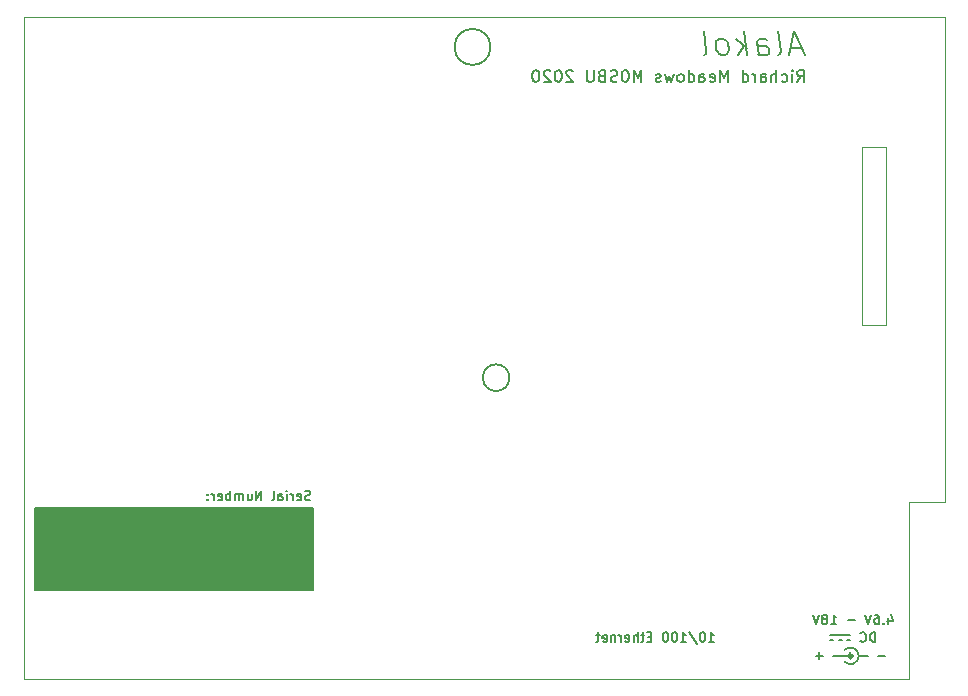
<source format=gbr>
%TF.GenerationSoftware,KiCad,Pcbnew,5.1.5-52549c5~84~ubuntu19.04.1*%
%TF.CreationDate,2020-04-18T11:31:06+00:00*%
%TF.ProjectId,alakol,616c616b-6f6c-42e6-9b69-6361645f7063,rev.1*%
%TF.SameCoordinates,Original*%
%TF.FileFunction,Legend,Bot*%
%TF.FilePolarity,Positive*%
%FSLAX45Y45*%
G04 Gerber Fmt 4.5, Leading zero omitted, Abs format (unit mm)*
G04 Created by KiCad (PCBNEW 5.1.5-52549c5~84~ubuntu19.04.1) date 2020-04-18 11:31:06*
%MOMM*%
%LPD*%
G04 APERTURE LIST*
%ADD10C,0.200000*%
%ADD11C,0.150000*%
%ADD12C,0.300000*%
%ADD13C,0.100000*%
%ADD14C,3.000000*%
%ADD15C,3.450000*%
%ADD16C,1.800000*%
%ADD17C,2.600000*%
%ADD18C,2.000000*%
%ADD19R,2.100000X2.100000*%
%ADD20C,2.100000*%
%ADD21C,0.940000*%
%ADD22C,3.800000*%
%ADD23O,3.000000X2.400000*%
%ADD24C,4.200000*%
%ADD25R,2.800000X2.800000*%
%ADD26C,2.800000*%
%ADD27R,2.200000X1.400000*%
G04 APERTURE END LIST*
D10*
X18787083Y-10258333D02*
X18691845Y-10258333D01*
X18813274Y-10315476D02*
X18721607Y-10115476D01*
X18679940Y-10315476D01*
X18584702Y-10315476D02*
X18602560Y-10305952D01*
X18609702Y-10286905D01*
X18588274Y-10115476D01*
X18422798Y-10315476D02*
X18409702Y-10210714D01*
X18416845Y-10191667D01*
X18434702Y-10182143D01*
X18472798Y-10182143D01*
X18493036Y-10191667D01*
X18421607Y-10305952D02*
X18441845Y-10315476D01*
X18489464Y-10315476D01*
X18507321Y-10305952D01*
X18514464Y-10286905D01*
X18512083Y-10267857D01*
X18500179Y-10248810D01*
X18479940Y-10239286D01*
X18432321Y-10239286D01*
X18412083Y-10229762D01*
X18327560Y-10315476D02*
X18302560Y-10115476D01*
X18298988Y-10239286D02*
X18251369Y-10315476D01*
X18234702Y-10182143D02*
X18320417Y-10258333D01*
X18137083Y-10315476D02*
X18154940Y-10305952D01*
X18163274Y-10296429D01*
X18170417Y-10277381D01*
X18163274Y-10220238D01*
X18151369Y-10201190D01*
X18140655Y-10191667D01*
X18120417Y-10182143D01*
X18091845Y-10182143D01*
X18073988Y-10191667D01*
X18065655Y-10201190D01*
X18058512Y-10220238D01*
X18065655Y-10277381D01*
X18077560Y-10296429D01*
X18088274Y-10305952D01*
X18108512Y-10315476D01*
X18137083Y-10315476D01*
X17956131Y-10315476D02*
X17973988Y-10305952D01*
X17981131Y-10286905D01*
X17959702Y-10115476D01*
X18749905Y-10545238D02*
X18783238Y-10497619D01*
X18807048Y-10545238D02*
X18807048Y-10445238D01*
X18768952Y-10445238D01*
X18759429Y-10450000D01*
X18754667Y-10454762D01*
X18749905Y-10464286D01*
X18749905Y-10478571D01*
X18754667Y-10488095D01*
X18759429Y-10492857D01*
X18768952Y-10497619D01*
X18807048Y-10497619D01*
X18707048Y-10545238D02*
X18707048Y-10478571D01*
X18707048Y-10445238D02*
X18711810Y-10450000D01*
X18707048Y-10454762D01*
X18702286Y-10450000D01*
X18707048Y-10445238D01*
X18707048Y-10454762D01*
X18616571Y-10540476D02*
X18626095Y-10545238D01*
X18645143Y-10545238D01*
X18654667Y-10540476D01*
X18659429Y-10535714D01*
X18664190Y-10526190D01*
X18664190Y-10497619D01*
X18659429Y-10488095D01*
X18654667Y-10483333D01*
X18645143Y-10478571D01*
X18626095Y-10478571D01*
X18616571Y-10483333D01*
X18573714Y-10545238D02*
X18573714Y-10445238D01*
X18530857Y-10545238D02*
X18530857Y-10492857D01*
X18535619Y-10483333D01*
X18545143Y-10478571D01*
X18559429Y-10478571D01*
X18568952Y-10483333D01*
X18573714Y-10488095D01*
X18440381Y-10545238D02*
X18440381Y-10492857D01*
X18445143Y-10483333D01*
X18454667Y-10478571D01*
X18473714Y-10478571D01*
X18483238Y-10483333D01*
X18440381Y-10540476D02*
X18449905Y-10545238D01*
X18473714Y-10545238D01*
X18483238Y-10540476D01*
X18488000Y-10530952D01*
X18488000Y-10521429D01*
X18483238Y-10511905D01*
X18473714Y-10507143D01*
X18449905Y-10507143D01*
X18440381Y-10502381D01*
X18392762Y-10545238D02*
X18392762Y-10478571D01*
X18392762Y-10497619D02*
X18388000Y-10488095D01*
X18383238Y-10483333D01*
X18373714Y-10478571D01*
X18364190Y-10478571D01*
X18288000Y-10545238D02*
X18288000Y-10445238D01*
X18288000Y-10540476D02*
X18297524Y-10545238D01*
X18316571Y-10545238D01*
X18326095Y-10540476D01*
X18330857Y-10535714D01*
X18335619Y-10526190D01*
X18335619Y-10497619D01*
X18330857Y-10488095D01*
X18326095Y-10483333D01*
X18316571Y-10478571D01*
X18297524Y-10478571D01*
X18288000Y-10483333D01*
X18164190Y-10545238D02*
X18164190Y-10445238D01*
X18130857Y-10516667D01*
X18097524Y-10445238D01*
X18097524Y-10545238D01*
X18011810Y-10540476D02*
X18021333Y-10545238D01*
X18040381Y-10545238D01*
X18049905Y-10540476D01*
X18054667Y-10530952D01*
X18054667Y-10492857D01*
X18049905Y-10483333D01*
X18040381Y-10478571D01*
X18021333Y-10478571D01*
X18011810Y-10483333D01*
X18007048Y-10492857D01*
X18007048Y-10502381D01*
X18054667Y-10511905D01*
X17921333Y-10545238D02*
X17921333Y-10492857D01*
X17926095Y-10483333D01*
X17935619Y-10478571D01*
X17954667Y-10478571D01*
X17964190Y-10483333D01*
X17921333Y-10540476D02*
X17930857Y-10545238D01*
X17954667Y-10545238D01*
X17964190Y-10540476D01*
X17968952Y-10530952D01*
X17968952Y-10521429D01*
X17964190Y-10511905D01*
X17954667Y-10507143D01*
X17930857Y-10507143D01*
X17921333Y-10502381D01*
X17830857Y-10545238D02*
X17830857Y-10445238D01*
X17830857Y-10540476D02*
X17840381Y-10545238D01*
X17859429Y-10545238D01*
X17868952Y-10540476D01*
X17873714Y-10535714D01*
X17878476Y-10526190D01*
X17878476Y-10497619D01*
X17873714Y-10488095D01*
X17868952Y-10483333D01*
X17859429Y-10478571D01*
X17840381Y-10478571D01*
X17830857Y-10483333D01*
X17768952Y-10545238D02*
X17778476Y-10540476D01*
X17783238Y-10535714D01*
X17788000Y-10526190D01*
X17788000Y-10497619D01*
X17783238Y-10488095D01*
X17778476Y-10483333D01*
X17768952Y-10478571D01*
X17754667Y-10478571D01*
X17745143Y-10483333D01*
X17740381Y-10488095D01*
X17735619Y-10497619D01*
X17735619Y-10526190D01*
X17740381Y-10535714D01*
X17745143Y-10540476D01*
X17754667Y-10545238D01*
X17768952Y-10545238D01*
X17702286Y-10478571D02*
X17683238Y-10545238D01*
X17664190Y-10497619D01*
X17645143Y-10545238D01*
X17626095Y-10478571D01*
X17592762Y-10540476D02*
X17583238Y-10545238D01*
X17564190Y-10545238D01*
X17554667Y-10540476D01*
X17549905Y-10530952D01*
X17549905Y-10526190D01*
X17554667Y-10516667D01*
X17564190Y-10511905D01*
X17578476Y-10511905D01*
X17588000Y-10507143D01*
X17592762Y-10497619D01*
X17592762Y-10492857D01*
X17588000Y-10483333D01*
X17578476Y-10478571D01*
X17564190Y-10478571D01*
X17554667Y-10483333D01*
X17430857Y-10545238D02*
X17430857Y-10445238D01*
X17397524Y-10516667D01*
X17364190Y-10445238D01*
X17364190Y-10545238D01*
X17297524Y-10445238D02*
X17288000Y-10445238D01*
X17278476Y-10450000D01*
X17273714Y-10454762D01*
X17268952Y-10464286D01*
X17264190Y-10483333D01*
X17264190Y-10507143D01*
X17268952Y-10526190D01*
X17273714Y-10535714D01*
X17278476Y-10540476D01*
X17288000Y-10545238D01*
X17297524Y-10545238D01*
X17307048Y-10540476D01*
X17311810Y-10535714D01*
X17316571Y-10526190D01*
X17321333Y-10507143D01*
X17321333Y-10483333D01*
X17316571Y-10464286D01*
X17311810Y-10454762D01*
X17307048Y-10450000D01*
X17297524Y-10445238D01*
X17226095Y-10540476D02*
X17211810Y-10545238D01*
X17188000Y-10545238D01*
X17178476Y-10540476D01*
X17173714Y-10535714D01*
X17168952Y-10526190D01*
X17168952Y-10516667D01*
X17173714Y-10507143D01*
X17178476Y-10502381D01*
X17188000Y-10497619D01*
X17207048Y-10492857D01*
X17216571Y-10488095D01*
X17221333Y-10483333D01*
X17226095Y-10473810D01*
X17226095Y-10464286D01*
X17221333Y-10454762D01*
X17216571Y-10450000D01*
X17207048Y-10445238D01*
X17183238Y-10445238D01*
X17168952Y-10450000D01*
X17092762Y-10492857D02*
X17078476Y-10497619D01*
X17073714Y-10502381D01*
X17068952Y-10511905D01*
X17068952Y-10526190D01*
X17073714Y-10535714D01*
X17078476Y-10540476D01*
X17088000Y-10545238D01*
X17126095Y-10545238D01*
X17126095Y-10445238D01*
X17092762Y-10445238D01*
X17083238Y-10450000D01*
X17078476Y-10454762D01*
X17073714Y-10464286D01*
X17073714Y-10473810D01*
X17078476Y-10483333D01*
X17083238Y-10488095D01*
X17092762Y-10492857D01*
X17126095Y-10492857D01*
X17026095Y-10445238D02*
X17026095Y-10526190D01*
X17021333Y-10535714D01*
X17016571Y-10540476D01*
X17007048Y-10545238D01*
X16988000Y-10545238D01*
X16978476Y-10540476D01*
X16973714Y-10535714D01*
X16968952Y-10526190D01*
X16968952Y-10445238D01*
X16849905Y-10454762D02*
X16845143Y-10450000D01*
X16835619Y-10445238D01*
X16811810Y-10445238D01*
X16802286Y-10450000D01*
X16797524Y-10454762D01*
X16792762Y-10464286D01*
X16792762Y-10473810D01*
X16797524Y-10488095D01*
X16854667Y-10545238D01*
X16792762Y-10545238D01*
X16730857Y-10445238D02*
X16721333Y-10445238D01*
X16711809Y-10450000D01*
X16707048Y-10454762D01*
X16702286Y-10464286D01*
X16697524Y-10483333D01*
X16697524Y-10507143D01*
X16702286Y-10526190D01*
X16707048Y-10535714D01*
X16711809Y-10540476D01*
X16721333Y-10545238D01*
X16730857Y-10545238D01*
X16740381Y-10540476D01*
X16745143Y-10535714D01*
X16749905Y-10526190D01*
X16754667Y-10507143D01*
X16754667Y-10483333D01*
X16749905Y-10464286D01*
X16745143Y-10454762D01*
X16740381Y-10450000D01*
X16730857Y-10445238D01*
X16659428Y-10454762D02*
X16654667Y-10450000D01*
X16645143Y-10445238D01*
X16621333Y-10445238D01*
X16611809Y-10450000D01*
X16607048Y-10454762D01*
X16602286Y-10464286D01*
X16602286Y-10473810D01*
X16607048Y-10488095D01*
X16664190Y-10545238D01*
X16602286Y-10545238D01*
X16540381Y-10445238D02*
X16530857Y-10445238D01*
X16521333Y-10450000D01*
X16516571Y-10454762D01*
X16511809Y-10464286D01*
X16507048Y-10483333D01*
X16507048Y-10507143D01*
X16511809Y-10526190D01*
X16516571Y-10535714D01*
X16521333Y-10540476D01*
X16530857Y-10545238D01*
X16540381Y-10545238D01*
X16549905Y-10540476D01*
X16554667Y-10535714D01*
X16559428Y-10526190D01*
X16564190Y-10507143D01*
X16564190Y-10483333D01*
X16559428Y-10464286D01*
X16554667Y-10454762D01*
X16549905Y-10450000D01*
X16540381Y-10445238D01*
D11*
X19493333Y-15405714D02*
X19432381Y-15405714D01*
X18967619Y-15405714D02*
X18906667Y-15405714D01*
X18937143Y-15436190D02*
X18937143Y-15375238D01*
X19100000Y-15405000D02*
X19050000Y-15405000D01*
X19300000Y-15405000D02*
X19350000Y-15405000D01*
X19275000Y-15405000D02*
X19300000Y-15405000D01*
X19200000Y-15405000D02*
X19100000Y-15405000D01*
X19150000Y-15355000D02*
G75*
G02X19150000Y-15455000I50000J-50000D01*
G01*
D12*
X19215000Y-15405000D02*
G75*
G03X19215000Y-15405000I-15000J0D01*
G01*
D11*
X19200000Y-15225000D02*
X19025000Y-15225000D01*
X19200000Y-15275000D02*
X19175000Y-15275000D01*
X19100000Y-15275000D02*
X19125000Y-15275000D01*
X19025000Y-15275000D02*
X19050000Y-15275000D01*
X19410952Y-15286190D02*
X19410952Y-15206190D01*
X19391905Y-15206190D01*
X19380476Y-15210000D01*
X19372857Y-15217619D01*
X19369048Y-15225238D01*
X19365238Y-15240476D01*
X19365238Y-15251905D01*
X19369048Y-15267143D01*
X19372857Y-15274762D01*
X19380476Y-15282381D01*
X19391905Y-15286190D01*
X19410952Y-15286190D01*
X19285238Y-15278571D02*
X19289048Y-15282381D01*
X19300476Y-15286190D01*
X19308095Y-15286190D01*
X19319524Y-15282381D01*
X19327143Y-15274762D01*
X19330952Y-15267143D01*
X19334762Y-15251905D01*
X19334762Y-15240476D01*
X19330952Y-15225238D01*
X19327143Y-15217619D01*
X19319524Y-15210000D01*
X19308095Y-15206190D01*
X19300476Y-15206190D01*
X19289048Y-15210000D01*
X19285238Y-15213809D01*
X19522143Y-15082857D02*
X19522143Y-15136190D01*
X19541190Y-15052381D02*
X19560238Y-15109524D01*
X19510714Y-15109524D01*
X19480238Y-15128571D02*
X19476429Y-15132381D01*
X19480238Y-15136190D01*
X19484048Y-15132381D01*
X19480238Y-15128571D01*
X19480238Y-15136190D01*
X19407857Y-15056190D02*
X19423095Y-15056190D01*
X19430714Y-15060000D01*
X19434524Y-15063809D01*
X19442143Y-15075238D01*
X19445952Y-15090476D01*
X19445952Y-15120952D01*
X19442143Y-15128571D01*
X19438333Y-15132381D01*
X19430714Y-15136190D01*
X19415476Y-15136190D01*
X19407857Y-15132381D01*
X19404048Y-15128571D01*
X19400238Y-15120952D01*
X19400238Y-15101905D01*
X19404048Y-15094286D01*
X19407857Y-15090476D01*
X19415476Y-15086667D01*
X19430714Y-15086667D01*
X19438333Y-15090476D01*
X19442143Y-15094286D01*
X19445952Y-15101905D01*
X19377381Y-15056190D02*
X19350714Y-15136190D01*
X19324048Y-15056190D01*
X19236429Y-15105714D02*
X19175476Y-15105714D01*
X19034524Y-15136190D02*
X19080238Y-15136190D01*
X19057381Y-15136190D02*
X19057381Y-15056190D01*
X19065000Y-15067619D01*
X19072619Y-15075238D01*
X19080238Y-15079048D01*
X18988810Y-15090476D02*
X18996429Y-15086667D01*
X19000238Y-15082857D01*
X19004048Y-15075238D01*
X19004048Y-15071428D01*
X19000238Y-15063809D01*
X18996429Y-15060000D01*
X18988810Y-15056190D01*
X18973571Y-15056190D01*
X18965952Y-15060000D01*
X18962143Y-15063809D01*
X18958333Y-15071428D01*
X18958333Y-15075238D01*
X18962143Y-15082857D01*
X18965952Y-15086667D01*
X18973571Y-15090476D01*
X18988810Y-15090476D01*
X18996429Y-15094286D01*
X19000238Y-15098095D01*
X19004048Y-15105714D01*
X19004048Y-15120952D01*
X19000238Y-15128571D01*
X18996429Y-15132381D01*
X18988810Y-15136190D01*
X18973571Y-15136190D01*
X18965952Y-15132381D01*
X18962143Y-15128571D01*
X18958333Y-15120952D01*
X18958333Y-15105714D01*
X18962143Y-15098095D01*
X18965952Y-15094286D01*
X18973571Y-15090476D01*
X18935476Y-15056190D02*
X18908810Y-15136190D01*
X18882143Y-15056190D01*
X17999524Y-15286190D02*
X18045238Y-15286190D01*
X18022381Y-15286190D02*
X18022381Y-15206190D01*
X18030000Y-15217619D01*
X18037619Y-15225238D01*
X18045238Y-15229048D01*
X17950000Y-15206190D02*
X17942381Y-15206190D01*
X17934762Y-15210000D01*
X17930952Y-15213809D01*
X17927143Y-15221428D01*
X17923333Y-15236667D01*
X17923333Y-15255714D01*
X17927143Y-15270952D01*
X17930952Y-15278571D01*
X17934762Y-15282381D01*
X17942381Y-15286190D01*
X17950000Y-15286190D01*
X17957619Y-15282381D01*
X17961429Y-15278571D01*
X17965238Y-15270952D01*
X17969048Y-15255714D01*
X17969048Y-15236667D01*
X17965238Y-15221428D01*
X17961429Y-15213809D01*
X17957619Y-15210000D01*
X17950000Y-15206190D01*
X17831905Y-15202381D02*
X17900476Y-15305238D01*
X17763333Y-15286190D02*
X17809048Y-15286190D01*
X17786190Y-15286190D02*
X17786190Y-15206190D01*
X17793810Y-15217619D01*
X17801429Y-15225238D01*
X17809048Y-15229048D01*
X17713810Y-15206190D02*
X17706190Y-15206190D01*
X17698571Y-15210000D01*
X17694762Y-15213809D01*
X17690952Y-15221428D01*
X17687143Y-15236667D01*
X17687143Y-15255714D01*
X17690952Y-15270952D01*
X17694762Y-15278571D01*
X17698571Y-15282381D01*
X17706190Y-15286190D01*
X17713810Y-15286190D01*
X17721429Y-15282381D01*
X17725238Y-15278571D01*
X17729048Y-15270952D01*
X17732857Y-15255714D01*
X17732857Y-15236667D01*
X17729048Y-15221428D01*
X17725238Y-15213809D01*
X17721429Y-15210000D01*
X17713810Y-15206190D01*
X17637619Y-15206190D02*
X17630000Y-15206190D01*
X17622381Y-15210000D01*
X17618571Y-15213809D01*
X17614762Y-15221428D01*
X17610952Y-15236667D01*
X17610952Y-15255714D01*
X17614762Y-15270952D01*
X17618571Y-15278571D01*
X17622381Y-15282381D01*
X17630000Y-15286190D01*
X17637619Y-15286190D01*
X17645238Y-15282381D01*
X17649048Y-15278571D01*
X17652857Y-15270952D01*
X17656667Y-15255714D01*
X17656667Y-15236667D01*
X17652857Y-15221428D01*
X17649048Y-15213809D01*
X17645238Y-15210000D01*
X17637619Y-15206190D01*
X17515714Y-15244286D02*
X17489048Y-15244286D01*
X17477619Y-15286190D02*
X17515714Y-15286190D01*
X17515714Y-15206190D01*
X17477619Y-15206190D01*
X17454762Y-15232857D02*
X17424286Y-15232857D01*
X17443333Y-15206190D02*
X17443333Y-15274762D01*
X17439524Y-15282381D01*
X17431905Y-15286190D01*
X17424286Y-15286190D01*
X17397619Y-15286190D02*
X17397619Y-15206190D01*
X17363333Y-15286190D02*
X17363333Y-15244286D01*
X17367143Y-15236667D01*
X17374762Y-15232857D01*
X17386190Y-15232857D01*
X17393810Y-15236667D01*
X17397619Y-15240476D01*
X17294762Y-15282381D02*
X17302381Y-15286190D01*
X17317619Y-15286190D01*
X17325238Y-15282381D01*
X17329048Y-15274762D01*
X17329048Y-15244286D01*
X17325238Y-15236667D01*
X17317619Y-15232857D01*
X17302381Y-15232857D01*
X17294762Y-15236667D01*
X17290952Y-15244286D01*
X17290952Y-15251905D01*
X17329048Y-15259524D01*
X17256667Y-15286190D02*
X17256667Y-15232857D01*
X17256667Y-15248095D02*
X17252857Y-15240476D01*
X17249048Y-15236667D01*
X17241429Y-15232857D01*
X17233810Y-15232857D01*
X17207143Y-15232857D02*
X17207143Y-15286190D01*
X17207143Y-15240476D02*
X17203333Y-15236667D01*
X17195714Y-15232857D01*
X17184286Y-15232857D01*
X17176667Y-15236667D01*
X17172857Y-15244286D01*
X17172857Y-15286190D01*
X17104286Y-15282381D02*
X17111905Y-15286190D01*
X17127143Y-15286190D01*
X17134762Y-15282381D01*
X17138571Y-15274762D01*
X17138571Y-15244286D01*
X17134762Y-15236667D01*
X17127143Y-15232857D01*
X17111905Y-15232857D01*
X17104286Y-15236667D01*
X17100476Y-15244286D01*
X17100476Y-15251905D01*
X17138571Y-15259524D01*
X17077619Y-15232857D02*
X17047143Y-15232857D01*
X17066190Y-15206190D02*
X17066190Y-15274762D01*
X17062381Y-15282381D01*
X17054762Y-15286190D01*
X17047143Y-15286190D01*
G36*
X14650000Y-14850000D02*
G01*
X12300000Y-14850000D01*
X12300000Y-14150000D01*
X14650000Y-14150000D01*
X14650000Y-14850000D01*
G37*
X14650000Y-14850000D02*
X12300000Y-14850000D01*
X12300000Y-14150000D01*
X14650000Y-14150000D01*
X14650000Y-14850000D01*
X14625012Y-14082381D02*
X14613583Y-14086190D01*
X14594536Y-14086190D01*
X14586917Y-14082381D01*
X14583107Y-14078571D01*
X14579298Y-14070952D01*
X14579298Y-14063333D01*
X14583107Y-14055714D01*
X14586917Y-14051905D01*
X14594536Y-14048095D01*
X14609774Y-14044286D01*
X14617393Y-14040476D01*
X14621202Y-14036667D01*
X14625012Y-14029048D01*
X14625012Y-14021428D01*
X14621202Y-14013809D01*
X14617393Y-14010000D01*
X14609774Y-14006190D01*
X14590726Y-14006190D01*
X14579298Y-14010000D01*
X14514536Y-14082381D02*
X14522155Y-14086190D01*
X14537393Y-14086190D01*
X14545012Y-14082381D01*
X14548821Y-14074762D01*
X14548821Y-14044286D01*
X14545012Y-14036667D01*
X14537393Y-14032857D01*
X14522155Y-14032857D01*
X14514536Y-14036667D01*
X14510726Y-14044286D01*
X14510726Y-14051905D01*
X14548821Y-14059524D01*
X14476440Y-14086190D02*
X14476440Y-14032857D01*
X14476440Y-14048095D02*
X14472631Y-14040476D01*
X14468821Y-14036667D01*
X14461202Y-14032857D01*
X14453583Y-14032857D01*
X14426917Y-14086190D02*
X14426917Y-14032857D01*
X14426917Y-14006190D02*
X14430726Y-14010000D01*
X14426917Y-14013809D01*
X14423107Y-14010000D01*
X14426917Y-14006190D01*
X14426917Y-14013809D01*
X14354536Y-14086190D02*
X14354536Y-14044286D01*
X14358345Y-14036667D01*
X14365964Y-14032857D01*
X14381202Y-14032857D01*
X14388821Y-14036667D01*
X14354536Y-14082381D02*
X14362155Y-14086190D01*
X14381202Y-14086190D01*
X14388821Y-14082381D01*
X14392631Y-14074762D01*
X14392631Y-14067143D01*
X14388821Y-14059524D01*
X14381202Y-14055714D01*
X14362155Y-14055714D01*
X14354536Y-14051905D01*
X14305012Y-14086190D02*
X14312631Y-14082381D01*
X14316440Y-14074762D01*
X14316440Y-14006190D01*
X14213583Y-14086190D02*
X14213583Y-14006190D01*
X14167869Y-14086190D01*
X14167869Y-14006190D01*
X14095488Y-14032857D02*
X14095488Y-14086190D01*
X14129774Y-14032857D02*
X14129774Y-14074762D01*
X14125964Y-14082381D01*
X14118345Y-14086190D01*
X14106917Y-14086190D01*
X14099298Y-14082381D01*
X14095488Y-14078571D01*
X14057393Y-14086190D02*
X14057393Y-14032857D01*
X14057393Y-14040476D02*
X14053583Y-14036667D01*
X14045964Y-14032857D01*
X14034536Y-14032857D01*
X14026917Y-14036667D01*
X14023107Y-14044286D01*
X14023107Y-14086190D01*
X14023107Y-14044286D02*
X14019298Y-14036667D01*
X14011678Y-14032857D01*
X14000250Y-14032857D01*
X13992631Y-14036667D01*
X13988821Y-14044286D01*
X13988821Y-14086190D01*
X13950726Y-14086190D02*
X13950726Y-14006190D01*
X13950726Y-14036667D02*
X13943107Y-14032857D01*
X13927869Y-14032857D01*
X13920250Y-14036667D01*
X13916440Y-14040476D01*
X13912631Y-14048095D01*
X13912631Y-14070952D01*
X13916440Y-14078571D01*
X13920250Y-14082381D01*
X13927869Y-14086190D01*
X13943107Y-14086190D01*
X13950726Y-14082381D01*
X13847869Y-14082381D02*
X13855488Y-14086190D01*
X13870726Y-14086190D01*
X13878345Y-14082381D01*
X13882155Y-14074762D01*
X13882155Y-14044286D01*
X13878345Y-14036667D01*
X13870726Y-14032857D01*
X13855488Y-14032857D01*
X13847869Y-14036667D01*
X13844059Y-14044286D01*
X13844059Y-14051905D01*
X13882155Y-14059524D01*
X13809774Y-14086190D02*
X13809774Y-14032857D01*
X13809774Y-14048095D02*
X13805964Y-14040476D01*
X13802155Y-14036667D01*
X13794536Y-14032857D01*
X13786917Y-14032857D01*
X13760250Y-14078571D02*
X13756440Y-14082381D01*
X13760250Y-14086190D01*
X13764059Y-14082381D01*
X13760250Y-14078571D01*
X13760250Y-14086190D01*
X13760250Y-14036667D02*
X13756440Y-14040476D01*
X13760250Y-14044286D01*
X13764059Y-14040476D01*
X13760250Y-14036667D01*
X13760250Y-14044286D01*
D13*
X12200000Y-15400000D02*
X12200000Y-15600000D01*
X19700000Y-15400000D02*
X19700000Y-15600000D01*
X12200000Y-14500000D02*
X12200000Y-15300000D01*
X19700000Y-14600000D02*
X19700000Y-15400000D01*
X12200000Y-15600000D02*
X19700000Y-15600000D01*
X12200000Y-15300000D02*
X12200000Y-15400000D01*
X12200000Y-14400000D02*
X12200000Y-14500000D01*
X12200000Y-10000000D02*
X12200000Y-14400000D01*
X12200000Y-10000000D02*
X18000000Y-10000000D01*
X19500000Y-12600000D02*
X19500000Y-11100000D01*
X19700000Y-14100000D02*
X19700000Y-14600000D01*
X20000000Y-14100000D02*
X19700000Y-14100000D01*
X20000000Y-12600000D02*
X20000000Y-14100000D01*
X20000000Y-10000000D02*
X18000000Y-10000000D01*
X20000000Y-11100000D02*
X20000000Y-10000000D01*
X20000000Y-12600000D02*
X20000000Y-11100000D01*
X19500000Y-11100000D02*
X19300000Y-11100000D01*
X19300000Y-12600000D02*
X19500000Y-12600000D01*
X19300000Y-11100000D02*
X19300000Y-12600000D01*
D11*
X16152500Y-10250000D02*
G75*
G03X16152500Y-10250000I-152500J0D01*
G01*
X16312500Y-13050000D02*
G75*
G03X16312500Y-13050000I-112500J0D01*
G01*
%LPC*%
D14*
X13990000Y-15100000D03*
X12410000Y-15100000D03*
X12520000Y-13730000D03*
X13880000Y-13750000D03*
D15*
X18185000Y-14500000D03*
X16915000Y-14500000D03*
D16*
X17448400Y-13382400D03*
X17651600Y-13382400D03*
X17854800Y-13382400D03*
X18058000Y-13382400D03*
X17245200Y-13382400D03*
X17042000Y-13382400D03*
D17*
X16743550Y-14817500D03*
X18356450Y-14817500D03*
D18*
X17082640Y-13136000D03*
X16828640Y-13136000D03*
X18017360Y-13136000D03*
X18271360Y-13136000D03*
D19*
X13138000Y-10300000D03*
D20*
X13392000Y-10300000D03*
X13646000Y-10300000D03*
X13900000Y-10300000D03*
X14154000Y-10300000D03*
X14408000Y-10300000D03*
X14662000Y-10300000D03*
X14916000Y-10300000D03*
D21*
X19096000Y-10246000D03*
X19223000Y-10246000D03*
X19350000Y-10246000D03*
X19477000Y-10246000D03*
X19604000Y-10246000D03*
X19096000Y-10754000D03*
X19223000Y-10754000D03*
X19350000Y-10754000D03*
X19477000Y-10754000D03*
X19604000Y-10754000D03*
D22*
X13200000Y-12105000D03*
X13200000Y-13245000D03*
D18*
X13950000Y-12675000D03*
X13950000Y-12425000D03*
X13950000Y-12925000D03*
X15100000Y-10725000D03*
D23*
X14465000Y-11425000D03*
X14465000Y-10925000D03*
X15735000Y-11425000D03*
X15735000Y-10925000D03*
D18*
X15100000Y-11625000D03*
X13200000Y-11625000D03*
D23*
X13835000Y-10925000D03*
X13835000Y-11425000D03*
X12565000Y-10925000D03*
X12565000Y-11425000D03*
D18*
X13200000Y-10725000D03*
D24*
X15450000Y-12650000D03*
D25*
X19050000Y-14200000D03*
D26*
X19050000Y-14800000D03*
X19520000Y-14500000D03*
D27*
X19650000Y-11300000D03*
X19650000Y-11520000D03*
X19650000Y-11740000D03*
X19650000Y-11950000D03*
X19650000Y-12180000D03*
X19650000Y-12400000D03*
M02*

</source>
